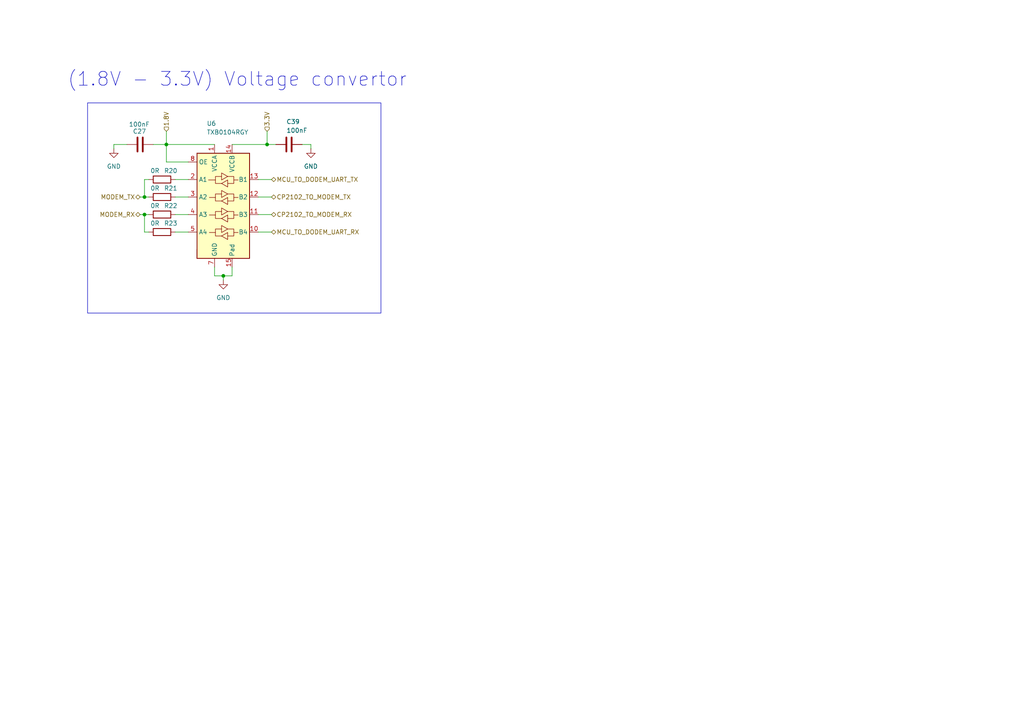
<source format=kicad_sch>
(kicad_sch (version 20231120) (generator "eeschema") (generator_version "8.0")
  (paper "A4")
  (lib_symbols
    (symbol "Device:C" (pin_numbers hide) (pin_names (offset 0.254))
      (property "Reference" "C" (at 0.635 2.54 0))
      (property "Value" "C" (at 0.635 -2.54 0))
      (symbol "C_0_1"
        (polyline (pts (xy -2.032 -0.762) (xy 2.032 -0.762)) (stroke (width 0.508)))
        (polyline (pts (xy -2.032 0.762) (xy 2.032 0.762)) (stroke (width 0.508)))
      )
      (symbol "C_1_1"
        (pin passive line (at 0 3.81 270) (length 2.794) (name "~") (number "1"))
        (pin passive line (at 0 -3.81 90) (length 2.794) (name "~") (number "2"))
      )
    )
    (symbol "Device:R" (pin_numbers hide) (pin_names (offset 0))
      (property "Reference" "R" (at 2.032 0 90))
      (property "Value" "R" (at 0 0 90))
      (symbol "R_0_1"
        (rectangle (start -1.016 -2.54) (end 1.016 2.54) (stroke (width 0.254)))
      )
      (symbol "R_1_1"
        (pin passive line (at 0 3.81 270) (length 1.27) (name "~") (number "1"))
        (pin passive line (at 0 -3.81 90) (length 1.27) (name "~") (number "2"))
      )
    )
    (symbol "Logic_LevelTranslator:TXB0104RGY"
      (property "Reference" "U" (at -6.35 16.51 0))
      (property "Value" "TXB0104RGY" (at 3.81 16.51 0))
      (symbol "TXB0104RGY_0_1"
        (rectangle (start -7.62 -15.24) (end -7.62 -12.7) (stroke (width 0.254)))
        (rectangle (start -7.62 15.24) (end 7.62 -15.24) (stroke (width 0.254)) (fill (type background)))
        (polyline (pts (xy -2.286 -7.747) (xy -2.286 -6.731) (xy -0.508 -6.731)))
        (polyline (pts (xy -2.286 -2.667) (xy -2.286 -1.651) (xy -0.508 -1.651)))
        (polyline (pts (xy -2.286 2.413) (xy -2.286 3.429) (xy -0.508 3.429)))
        (polyline (pts (xy -2.286 7.493) (xy -2.286 8.509) (xy -0.508 8.509)))
        (polyline (pts (xy 3.048 -7.747) (xy 3.048 -8.763) (xy 1.27 -8.763)))
        (polyline (pts (xy 3.048 -2.667) (xy 3.048 -3.683) (xy 1.27 -3.683)))
        (polyline (pts (xy 3.048 2.413) (xy 3.048 1.397) (xy 1.27 1.397)))
        (polyline (pts (xy 3.048 7.493) (xy 3.048 6.477) (xy 1.27 6.477)))
        (polyline (pts (xy -0.508 -8.763) (xy -2.286 -8.763) (xy -2.286 -7.747) (xy -4.064 -7.747)))
        (polyline (pts (xy -0.508 -8.763) (xy 1.27 -7.747) (xy 1.27 -9.779) (xy -0.508 -8.763)))
        (polyline (pts (xy -0.508 -3.683) (xy -2.286 -3.683) (xy -2.286 -2.667) (xy -4.064 -2.667)))
        (polyline (pts (xy -0.508 -3.683) (xy 1.27 -2.667) (xy 1.27 -4.699) (xy -0.508 -3.683)))
        (polyline (pts (xy -0.508 1.397) (xy -2.286 1.397) (xy -2.286 2.413) (xy -4.064 2.413)))
        (polyline (pts (xy -0.508 1.397) (xy 1.27 2.413) (xy 1.27 0.381) (xy -0.508 1.397)))
        (polyline (pts (xy -0.508 6.477) (xy -2.286 6.477) (xy -2.286 7.493) (xy -4.318 7.493)))
        (polyline (pts (xy -0.508 6.477) (xy 1.27 7.493) (xy 1.27 5.461) (xy -0.508 6.477)))
        (polyline (pts (xy 1.27 -6.731) (xy -0.508 -7.747) (xy -0.508 -5.715) (xy 1.27 -6.731)))
        (polyline (pts (xy 1.27 -6.731) (xy 3.048 -6.731) (xy 3.048 -7.747) (xy 4.318 -7.747)))
        (polyline (pts (xy 1.27 -1.651) (xy -0.508 -2.667) (xy -0.508 -0.635) (xy 1.27 -1.651)))
        (polyline (pts (xy 1.27 -1.651) (xy 3.048 -1.651) (xy 3.048 -2.667) (xy 4.318 -2.667)))
        (polyline (pts (xy 1.27 3.429) (xy -0.508 2.413) (xy -0.508 4.445) (xy 1.27 3.429)))
        (polyline (pts (xy 1.27 3.429) (xy 3.048 3.429) (xy 3.048 2.413) (xy 4.318 2.413)))
        (polyline (pts (xy 1.27 8.509) (xy -0.508 7.493) (xy -0.508 9.525) (xy 1.27 8.509)))
        (polyline (pts (xy 1.27 8.509) (xy 3.048 8.509) (xy 3.048 7.493) (xy 4.318 7.493)))
      )
      (symbol "TXB0104RGY_1_1"
        (pin power_in line (at -2.54 17.78 270) (length 2.54) (name "VCCA") (number "1"))
        (pin bidirectional line (at 10.16 -7.62 180) (length 2.54) (name "B4") (number "10"))
        (pin bidirectional line (at 10.16 -2.54 180) (length 2.54) (name "B3") (number "11"))
        (pin bidirectional line (at 10.16 2.54 180) (length 2.54) (name "B2") (number "12"))
        (pin bidirectional line (at 10.16 7.62 180) (length 2.54) (name "B1") (number "13"))
        (pin power_in line (at 2.54 17.78 270) (length 2.54) (name "VCCB") (number "14"))
        (pin input line (at 2.54 -17.78 90) (length 2.54) (name "Pad") (number "15"))
        (pin bidirectional line (at -10.16 7.62 0) (length 2.54) (name "A1") (number "2"))
        (pin bidirectional line (at -10.16 2.54 0) (length 2.54) (name "A2") (number "3"))
        (pin bidirectional line (at -10.16 -2.54 0) (length 2.54) (name "A3") (number "4"))
        (pin bidirectional line (at -10.16 -7.62 0) (length 2.54) (name "A4") (number "5"))
        (pin no_connect line (at -7.62 -12.7 0) (length 2.54) hide (name "NC") (number "6"))
        (pin power_in line (at -2.54 -17.78 90) (length 2.54) (name "GND") (number "7"))
        (pin input line (at -10.16 12.7 0) (length 2.54) (name "OE") (number "8"))
        (pin no_connect line (at 7.62 -12.7 180) (length 2.54) hide (name "NC") (number "9"))
      )
    )
    (symbol "power:GND" (power) (pin_numbers hide) (pin_names (offset 0) hide)
      (property "Value" "GND" (at 0 -3.81 0))
      (symbol "GND_0_1"
        (polyline (pts (xy 0 0) (xy 0 -1.27) (xy 1.27 -1.27) (xy 0 -2.54) (xy -1.27 -1.27) (xy 0 -1.27)))
      )
      (symbol "GND_1_1"
        (pin power_in line (at 0 0 270) (length 0) (name "~") (number "1"))
      )
    )
  )
  (junction (at 77.47 41.91))
  (junction (at 41.91 57.15))
  (junction (at 64.77 80.01))
  (junction (at 41.91 62.23))
  (junction (at 48.26 41.91))
  (wire (pts (xy 64.77 80.01) (xy 64.77 81.28)))
  (wire (pts (xy 33.02 43.18) (xy 33.02 41.91)))
  (wire (pts (xy 48.26 38.1) (xy 48.26 41.91)))
  (wire (pts (xy 43.18 67.31) (xy 41.91 67.31)))
  (wire (pts (xy 41.91 57.15) (xy 43.18 57.15)))
  (wire (pts (xy 50.8 52.07) (xy 54.61 52.07)))
  (wire (pts (xy 50.8 67.31) (xy 54.61 67.31)))
  (wire (pts (xy 90.17 41.91) (xy 87.63 41.91)))
  (wire (pts (xy 77.47 38.1) (xy 77.47 41.91)))
  (wire (pts (xy 77.47 41.91) (xy 80.01 41.91)))
  (wire (pts (xy 40.64 62.23) (xy 41.91 62.23)))
  (wire (pts (xy 74.93 67.31) (xy 78.74 67.31)))
  (wire (pts (xy 74.93 62.23) (xy 78.74 62.23)))
  (wire (pts (xy 74.93 52.07) (xy 78.74 52.07)))
  (wire (pts (xy 67.31 80.01) (xy 64.77 80.01)))
  (wire (pts (xy 48.26 46.99) (xy 48.26 41.91)))
  (wire (pts (xy 62.23 80.01) (xy 62.23 77.47)))
  (wire (pts (xy 54.61 46.99) (xy 48.26 46.99)))
  (wire (pts (xy 50.8 62.23) (xy 54.61 62.23)))
  (wire (pts (xy 67.31 41.91) (xy 77.47 41.91)))
  (wire (pts (xy 44.45 41.91) (xy 48.26 41.91)))
  (wire (pts (xy 43.18 52.07) (xy 41.91 52.07)))
  (wire (pts (xy 48.26 41.91) (xy 62.23 41.91)))
  (wire (pts (xy 90.17 41.91) (xy 90.17 43.18)))
  (wire (pts (xy 41.91 62.23) (xy 43.18 62.23)))
  (wire (pts (xy 40.64 57.15) (xy 41.91 57.15)))
  (wire (pts (xy 33.02 41.91) (xy 36.83 41.91)))
  (wire (pts (xy 64.77 80.01) (xy 62.23 80.01)))
  (wire (pts (xy 74.93 57.15) (xy 78.74 57.15)))
  (wire (pts (xy 41.91 52.07) (xy 41.91 57.15)))
  (wire (pts (xy 50.8 57.15) (xy 54.61 57.15)))
  (wire (pts (xy 67.31 77.47) (xy 67.31 80.01)))
  (wire (pts (xy 41.91 67.31) (xy 41.91 62.23)))
  (rectangle (start 25.4 29.845) (end 110.49 90.805))
  (text "(1.8V - 3.3V) Voltage convertor" (at 68.834 23.114 0) (effects (font (size 4 4))))
  (hierarchical_label "MODEM_RX" (shape bidirectional) (at 40.64 62.23 180))
  (hierarchical_label "CP2102_TO_MODEM_RX" (shape bidirectional) (at 78.74 62.23 0))
  (hierarchical_label "MCU_TO_DODEM_UART_RX" (shape bidirectional) (at 78.74 67.31 0))
  (hierarchical_label "1.8V" (shape input) (at 48.26 38.1 90))
  (hierarchical_label "MCU_TO_DODEM_UART_TX" (shape bidirectional) (at 78.74 52.07 0))
  (hierarchical_label "MODEM_TX" (shape bidirectional) (at 40.64 57.15 180))
  (hierarchical_label "CP2102_TO_MODEM_TX" (shape bidirectional) (at 78.74 57.15 0))
  (hierarchical_label "3.3V" (shape input) (at 77.47 38.1 90))
  (symbol (lib_id "Device:C") (at 83.82 41.91 270) (unit 1)
    (property "Reference" "C39" (at 83.058 35.306 90) (effects (justify left)))
    (property "Value" "100nF" (at 83.058 37.846 90) (effects (justify left)))
    (property "Footprint" "Capacitor_SMD:C_0603_1608Metric_Pad1.08x0.95mm_HandSolder" (effects (hide yes)))
    (property "Description" "Unpolarized capacitor" (effects (hide yes)))
  )
  (symbol (lib_id "Device:C") (at 40.64 41.91 90) (unit 1)
    (property "Reference" "C27" (at 42.418 38.1 90) (effects (justify left)))
    (property "Value" "100nF" (at 43.434 36.068 90) (effects (justify left)))
    (property "Footprint" "Capacitor_SMD:C_0603_1608Metric_Pad1.08x0.95mm_HandSolder" (effects (hide yes)))
    (property "Description" "Unpolarized capacitor" (effects (hide yes)))
  )
  (symbol (lib_id "Logic_LevelTranslator:TXB0104RGY") (at 64.77 59.69 0) (unit 1)
    (property "Reference" "U6" (at 59.944 35.814 0) (effects (justify left)))
    (property "Value" "TXB0104RGY" (at 59.944 38.354 0) (effects (justify left)))
    (property "Footprint" "Package_DFN_QFN:Texas_S-PVQFN-N14" (effects (hide yes)))
    (property "Datasheet" "http://www.ti.com/lit/ds/symlink/txb0104.pdf" (effects (hide yes)))
    (property "Description" "4-Bit Bidirectional Voltage-Level Translator, Auto Direction Sensing and ±15-kV ESD Protection, 1.2 - 3.6V APort, 1.65 - 5.5V BPort, Texas_PVGFN-14" (effects (hide yes)))
  )
  (symbol (lib_id "power:GND") (at 33.02 43.18 0) (unit 1)
    (property "Reference" "#PWR026" (effects (hide yes)))
    (property "Value" "GND" (at 33.02 48.26 0))
    (property "Description" "Power symbol creates a global label with name \"GND\" , ground" (effects (hide yes)))
  )
  (symbol (lib_id "Device:R") (at 46.99 52.07 270) (unit 1)
    (property "Reference" "R20" (at 49.53 49.53 90))
    (property "Value" "0R" (at 44.958 49.53 90))
    (property "Footprint" "Resistor_SMD:R_0603_1608Metric" (effects (hide yes)))
    (property "Description" "Resistor" (effects (hide yes)))
  )
  (symbol (lib_id "power:GND") (at 64.77 81.28 0) (unit 1)
    (property "Reference" "#PWR025" (effects (hide yes)))
    (property "Value" "GND" (at 64.77 86.36 0))
    (property "Description" "Power symbol creates a global label with name \"GND\" , ground" (effects (hide yes)))
  )
  (symbol (lib_id "Device:R") (at 46.99 67.31 270) (unit 1)
    (property "Reference" "R23" (at 49.53 64.77 90))
    (property "Value" "0R" (at 44.958 64.77 90))
    (property "Footprint" "Resistor_SMD:R_0603_1608Metric" (effects (hide yes)))
    (property "Description" "Resistor" (effects (hide yes)))
  )
  (symbol (lib_id "power:GND") (at 90.17 43.18 0) (unit 1)
    (property "Reference" "#PWR027" (effects (hide yes)))
    (property "Value" "GND" (at 90.17 48.26 0))
    (property "Description" "Power symbol creates a global label with name \"GND\" , ground" (effects (hide yes)))
  )
  (symbol (lib_id "Device:R") (at 46.99 62.23 270) (unit 1)
    (property "Reference" "R22" (at 49.53 59.69 90))
    (property "Value" "0R" (at 44.958 59.69 90))
    (property "Footprint" "Resistor_SMD:R_0603_1608Metric" (effects (hide yes)))
    (property "Description" "Resistor" (effects (hide yes)))
  )
  (symbol (lib_id "Device:R") (at 46.99 57.15 270) (unit 1)
    (property "Reference" "R21" (at 49.53 54.61 90))
    (property "Value" "0R" (at 44.958 54.61 90))
    (property "Footprint" "Resistor_SMD:R_0603_1608Metric" (effects (hide yes)))
    (property "Description" "Resistor" (effects (hide yes)))
  )
)
</source>
